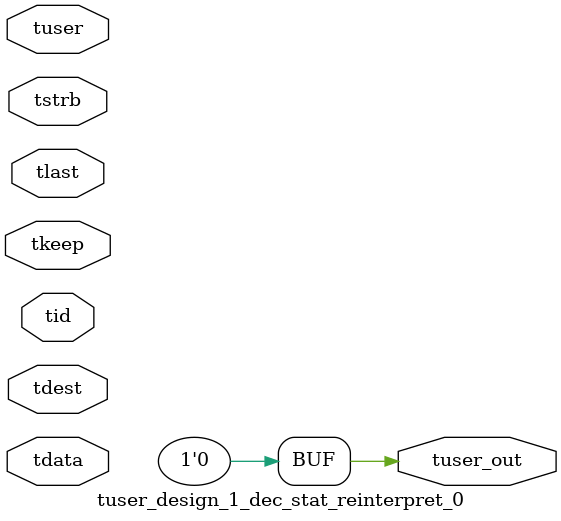
<source format=v>


`timescale 1ps/1ps

module tuser_design_1_dec_stat_reinterpret_0 #
(
parameter C_S_AXIS_TUSER_WIDTH = 1,
parameter C_S_AXIS_TDATA_WIDTH = 32,
parameter C_S_AXIS_TID_WIDTH   = 0,
parameter C_S_AXIS_TDEST_WIDTH = 0,
parameter C_M_AXIS_TUSER_WIDTH = 1
)
(
input  [(C_S_AXIS_TUSER_WIDTH == 0 ? 1 : C_S_AXIS_TUSER_WIDTH)-1:0     ] tuser,
input  [(C_S_AXIS_TDATA_WIDTH == 0 ? 1 : C_S_AXIS_TDATA_WIDTH)-1:0     ] tdata,
input  [(C_S_AXIS_TID_WIDTH   == 0 ? 1 : C_S_AXIS_TID_WIDTH)-1:0       ] tid,
input  [(C_S_AXIS_TDEST_WIDTH == 0 ? 1 : C_S_AXIS_TDEST_WIDTH)-1:0     ] tdest,
input  [(C_S_AXIS_TDATA_WIDTH/8)-1:0 ] tkeep,
input  [(C_S_AXIS_TDATA_WIDTH/8)-1:0 ] tstrb,
input                                                                    tlast,
output [C_M_AXIS_TUSER_WIDTH-1:0] tuser_out
);

assign tuser_out = {1'b0};

endmodule


</source>
